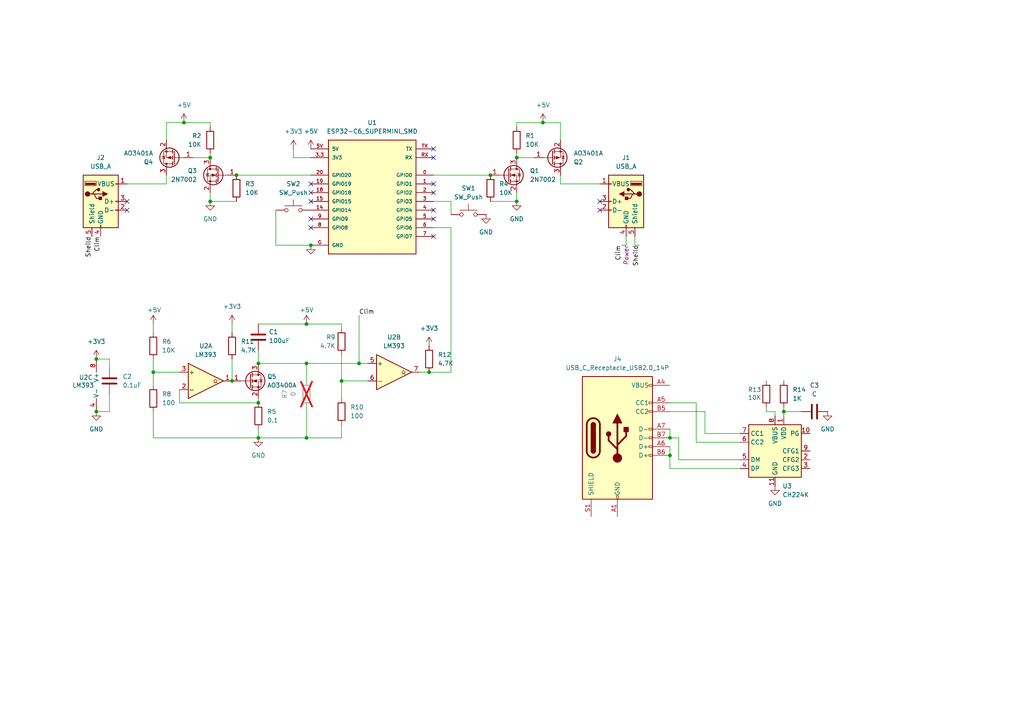
<source format=kicad_sch>
(kicad_sch (version 20250114) (generator "eeschema") (generator_version "9.0")
  (paper "A4")
  (lib_symbols
    (symbol "AO3401A_1" (pin_names (hide yes))
      (property "Reference" "Q4" (at 6.35 1.2701 0))
      (property "Value" "AO3401A" (at 6.35 -1.2699 0))
      (symbol "AO3401A_1_0_1"
        (polyline (pts (xy 0.254 1.905) (xy 0.254 -1.905)) (stroke (width 0.254)))
        (polyline (pts (xy 0.254 0) (xy -2.54 0)))
        (polyline (pts (xy 0.762 2.286) (xy 0.762 1.27)) (stroke (width 0.254)))
        (polyline (pts (xy 0.762 1.778) (xy 3.302 1.778) (xy 3.302 -1.778) (xy 0.762 -1.778)))
        (polyline (pts (xy 0.762 0.508) (xy 0.762 -0.508)) (stroke (width 0.254)))
        (polyline (pts (xy 0.762 -1.27) (xy 0.762 -2.286)) (stroke (width 0.254)))
        (circle (center 1.651 0) (radius 2.794) (stroke (width 0.254)))
        (polyline (pts (xy 2.286 0) (xy 1.27 0.381) (xy 1.27 -0.381) (xy 2.286 0)) (fill (type outline)))
        (polyline (pts (xy 2.54 2.54) (xy 2.54 1.778)))
        (circle (center 2.54 1.778) (radius 0.254) (fill (type outline)))
        (circle (center 2.54 -1.778) (radius 0.254) (fill (type outline)))
        (polyline (pts (xy 2.54 -2.54) (xy 2.54 0) (xy 0.762 0)))
        (polyline (pts (xy 2.794 -0.508) (xy 2.921 -0.381) (xy 3.683 -0.381) (xy 3.81 -0.254)))
        (polyline (pts (xy 3.302 -0.381) (xy 2.921 0.254) (xy 3.683 0.254) (xy 3.302 -0.381)))
      )
      (symbol "AO3401A_1_1_1"
        (pin input line (at -5.08 0 0) (length 2.54) (name "G") (number "1"))
        (pin power_out line (at 2.54 5.08 270) (length 2.54) (name "D") (number "3"))
        (pin power_in line (at 2.54 -5.08 90) (length 2.54) (name "S") (number "2"))
      )
    )
    (symbol "Comparator:LM393" (pin_names (offset 0.127))
      (property "Reference" "U" (at 3.81 3.81 0))
      (property "Value" "LM393" (at 6.35 -3.81 0))
      (symbol "LM393_1_1"
        (polyline (pts (xy -5.08 5.08) (xy 5.08 0) (xy -5.08 -5.08) (xy -5.08 5.08)) (stroke (width 0.254)) (fill (type background)))
        (polyline (pts (xy 3.302 -0.508) (xy 2.794 -0.508) (xy 3.302 0) (xy 2.794 0.508) (xy 2.286 0) (xy 2.794 -0.508) (xy 2.286 -0.508)) (stroke (width 0.127)))
        (pin input line (at -7.62 2.54 0) (length 2.54) (name "+") (number "3"))
        (pin input line (at -7.62 -2.54 0) (length 2.54) (name "-") (number "2"))
        (pin open_collector line (at 7.62 0 180) (length 2.54) (name "~") (number "1"))
      )
      (symbol "LM393_2_1"
        (polyline (pts (xy -5.08 5.08) (xy 5.08 0) (xy -5.08 -5.08) (xy -5.08 5.08)) (stroke (width 0.254)) (fill (type background)))
        (polyline (pts (xy 3.302 -0.508) (xy 2.794 -0.508) (xy 3.302 0) (xy 2.794 0.508) (xy 2.286 0) (xy 2.794 -0.508) (xy 2.286 -0.508)) (stroke (width 0.127)))
        (pin input line (at -7.62 2.54 0) (length 2.54) (name "+") (number "5"))
        (pin input line (at -7.62 -2.54 0) (length 2.54) (name "-") (number "6"))
        (pin open_collector line (at 7.62 0 180) (length 2.54) (name "~") (number "7"))
      )
      (symbol "LM393_3_1"
        (pin power_in line (at -2.54 7.62 270) (length 3.81) (name "V+") (number "8"))
        (pin power_in line (at -2.54 -7.62 90) (length 3.81) (name "V-") (number "4"))
      )
    )
    (symbol "Connector:USB_A" (pin_names (offset 1.016))
      (property "Reference" "J" (at -5.08 11.43 0))
      (property "Value" "USB_A" (at -5.08 8.89 0))
      (symbol "USB_A_0_1"
        (rectangle (start -5.08 -7.62) (end 5.08 7.62) (stroke (width 0.254)) (fill (type background)))
        (circle (center -3.81 2.159) (radius 0.635) (stroke (width 0.254)) (fill (type outline)))
        (polyline (pts (xy -3.175 2.159) (xy -2.54 2.159) (xy -1.27 3.429) (xy -0.635 3.429)) (stroke (width 0.254)))
        (polyline (pts (xy -2.54 2.159) (xy -1.905 2.159) (xy -1.27 0.889) (xy 0 0.889)) (stroke (width 0.254)))
        (rectangle (start -1.524 4.826) (end -4.318 5.334) (fill (type outline)))
        (rectangle (start -1.27 4.572) (end -4.572 5.842))
        (circle (center -0.635 3.429) (radius 0.381) (stroke (width 0.254)) (fill (type outline)))
        (rectangle (start -0.127 -7.62) (end 0.127 -6.858))
        (rectangle (start 0.254 1.27) (end -0.508 0.508) (stroke (width 0.254)) (fill (type outline)))
        (polyline (pts (xy 0.635 2.794) (xy 0.635 1.524) (xy 1.905 2.159) (xy 0.635 2.794)) (stroke (width 0.254)) (fill (type outline)))
        (rectangle (start 5.08 4.953) (end 4.318 5.207))
        (rectangle (start 5.08 -0.127) (end 4.318 0.127))
        (rectangle (start 5.08 -2.667) (end 4.318 -2.413))
      )
      (symbol "USB_A_1_1"
        (polyline (pts (xy -1.905 2.159) (xy 0.635 2.159)) (stroke (width 0.254)))
        (pin passive line (at -2.54 -10.16 90) (length 2.54) (name "Shield") (number "5"))
        (pin power_in line (at 0 -10.16 90) (length 2.54) (name "GND") (number "4"))
        (pin power_in line (at 7.62 5.08 180) (length 2.54) (name "VBUS") (number "1"))
        (pin bidirectional line (at 7.62 0 180) (length 2.54) (name "D+") (number "3"))
        (pin bidirectional line (at 7.62 -2.54 180) (length 2.54) (name "D-") (number "2"))
      )
    )
    (symbol "Connector:USB_C_Receptacle_USB2.0_14P" (pin_names (offset 1.016))
      (property "Reference" "J" (at 0 22.225 0))
      (property "Value" "USB_C_Receptacle_USB2.0_14P" (at 0 19.685 0))
      (symbol "USB_C_Receptacle_USB2.0_14P_0_0"
        (rectangle (start -0.254 -17.78) (end 0.254 -16.764))
        (rectangle (start 10.16 15.494) (end 9.144 14.986))
        (rectangle (start 10.16 10.414) (end 9.144 9.906))
        (rectangle (start 10.16 7.874) (end 9.144 7.366))
        (rectangle (start 10.16 2.794) (end 9.144 2.286))
        (rectangle (start 10.16 0.254) (end 9.144 -0.254))
        (rectangle (start 10.16 -2.286) (end 9.144 -2.794))
        (rectangle (start 10.16 -4.826) (end 9.144 -5.334))
      )
      (symbol "USB_C_Receptacle_USB2.0_14P_0_1"
        (rectangle (start -10.16 17.78) (end 10.16 -17.78) (stroke (width 0.254)) (fill (type background)))
        (polyline (pts (xy -8.89 -3.81) (xy -8.89 3.81)) (stroke (width 0.508)))
        (rectangle (start -7.62 -3.81) (end -6.35 3.81) (stroke (width 0.254)) (fill (type outline)))
        (arc (start -7.62 3.81) (mid -6.985 4.4423) (end -6.35 3.81) (stroke (width 0.254)))
        (arc (start -7.62 3.81) (mid -6.985 4.4423) (end -6.35 3.81) (stroke (width 0.254)) (fill (type outline)))
        (arc (start -8.89 3.81) (mid -6.985 5.7067) (end -5.08 3.81) (stroke (width 0.508)))
        (arc (start -5.08 -3.81) (mid -6.985 -5.7067) (end -8.89 -3.81) (stroke (width 0.508)))
        (arc (start -6.35 -3.81) (mid -6.985 -4.4423) (end -7.62 -3.81) (stroke (width 0.254)))
        (arc (start -6.35 -3.81) (mid -6.985 -4.4423) (end -7.62 -3.81) (stroke (width 0.254)) (fill (type outline)))
        (polyline (pts (xy -5.08 3.81) (xy -5.08 -3.81)) (stroke (width 0.508)))
        (circle (center -2.54 1.143) (radius 0.635) (stroke (width 0.254)) (fill (type outline)))
        (polyline (pts (xy -1.27 4.318) (xy 0 6.858) (xy 1.27 4.318) (xy -1.27 4.318)) (stroke (width 0.254)) (fill (type outline)))
        (polyline (pts (xy 0 -2.032) (xy 2.54 0.508) (xy 2.54 1.778)) (stroke (width 0.508)))
        (polyline (pts (xy 0 -3.302) (xy -2.54 -0.762) (xy -2.54 0.508)) (stroke (width 0.508)))
        (polyline (pts (xy 0 -5.842) (xy 0 4.318)) (stroke (width 0.508)))
        (circle (center 0 -5.842) (radius 1.27) (fill (type outline)))
        (rectangle (start 1.905 1.778) (end 3.175 3.048) (stroke (width 0.254)) (fill (type outline)))
      )
      (symbol "USB_C_Receptacle_USB2.0_14P_1_1"
        (pin passive line (at -7.62 -22.86 90) (length 5.08) (name "SHIELD") (number "S1"))
        (pin passive line (at 0 -22.86 90) (length 5.08) (name "GND") (number "A1"))
        (pin passive line (at 0 -22.86 90) (length 5.08) (hide yes) (name "GND") (number "A12"))
        (pin passive line (at 0 -22.86 90) (length 5.08) (hide yes) (name "GND") (number "B1"))
        (pin passive line (at 0 -22.86 90) (length 5.08) (hide yes) (name "GND") (number "B12"))
        (pin passive line (at 15.24 15.24 180) (length 5.08) (name "VBUS") (number "A4"))
        (pin passive line (at 15.24 15.24 180) (length 5.08) (hide yes) (name "VBUS") (number "A9"))
        (pin passive line (at 15.24 15.24 180) (length 5.08) (hide yes) (name "VBUS") (number "B4"))
        (pin passive line (at 15.24 15.24 180) (length 5.08) (hide yes) (name "VBUS") (number "B9"))
        (pin bidirectional line (at 15.24 10.16 180) (length 5.08) (name "CC1") (number "A5"))
        (pin bidirectional line (at 15.24 7.62 180) (length 5.08) (name "CC2") (number "B5"))
        (pin bidirectional line (at 15.24 2.54 180) (length 5.08) (name "D-") (number "A7"))
        (pin bidirectional line (at 15.24 0 180) (length 5.08) (name "D-") (number "B7"))
        (pin bidirectional line (at 15.24 -2.54 180) (length 5.08) (name "D+") (number "A6"))
        (pin bidirectional line (at 15.24 -5.08 180) (length 5.08) (name "D+") (number "B6"))
      )
    )
    (symbol "Device:C" (pin_numbers (hide yes)) (pin_names (offset 0.254))
      (property "Reference" "C" (at 0.635 2.54 0))
      (property "Value" "C" (at 0.635 -2.54 0))
      (symbol "C_0_1"
        (polyline (pts (xy -2.032 0.762) (xy 2.032 0.762)) (stroke (width 0.508)))
        (polyline (pts (xy -2.032 -0.762) (xy 2.032 -0.762)) (stroke (width 0.508)))
      )
      (symbol "C_1_1"
        (pin passive line (at 0 3.81 270) (length 2.794) (name "~") (number "1"))
        (pin passive line (at 0 -3.81 90) (length 2.794) (name "~") (number "2"))
      )
    )
    (symbol "Device:R" (pin_numbers (hide yes)) (pin_names (offset 0))
      (property "Reference" "R" (at 2.032 0 90))
      (property "Value" "R" (at 0 0 90))
      (symbol "R_0_1"
        (rectangle (start -1.016 -2.54) (end 1.016 2.54) (stroke (width 0.254)))
      )
      (symbol "R_1_1"
        (pin passive line (at 0 3.81 270) (length 1.27) (name "~") (number "1"))
        (pin passive line (at 0 -3.81 90) (length 1.27) (name "~") (number "2"))
      )
    )
    (symbol "Interface_USB:CH224K"
      (property "Reference" "U" (at -7.874 -8.89 0))
      (property "Value" "CH224K" (at 3.048 -8.89 0))
      (symbol "CH224K_1_1"
        (rectangle (start -7.62 7.62) (end 7.62 -7.62) (stroke (width 0.254)) (fill (type background)))
        (pin bidirectional line (at -10.16 5.08 0) (length 2.54) (name "CC1") (number "7"))
        (pin bidirectional line (at -10.16 2.54 0) (length 2.54) (name "CC2") (number "6"))
        (pin bidirectional line (at -10.16 -2.54 0) (length 2.54) (name "DM") (number "5"))
        (pin bidirectional line (at -10.16 -5.08 0) (length 2.54) (name "DP") (number "4"))
        (pin passive line (at 0 10.16 270) (length 2.54) (name "VBUS") (number "8"))
        (pin power_in line (at 0 -10.16 90) (length 2.54) (name "GND") (number "11"))
        (pin power_in line (at 2.54 10.16 270) (length 2.54) (name "VDD") (number "1"))
        (pin open_collector line (at 10.16 5.08 180) (length 2.54) (name "PG") (number "10"))
        (pin passive line (at 10.16 0 180) (length 2.54) (name "CFG1") (number "9"))
        (pin passive line (at 10.16 -2.54 180) (length 2.54) (name "CFG2") (number "2"))
        (pin passive line (at 10.16 -5.08 180) (length 2.54) (name "CFG3") (number "3"))
      )
    )
    (symbol "My Symbols:ESP32-C6_SUPERMINI_SMD" (pin_names (offset 1.016))
      (property "Reference" "U1" (at 0 20.32 0))
      (property "Value" "ESP32-C6_SUPERMINI_SMD" (at 0 17.78 0))
      (symbol "ESP32-C6_SUPERMINI_SMD_0_0"
        (rectangle (start -12.7 15.24) (end 12.7 -17.78) (stroke (width 0.254)) (fill (type background)))
        (pin bidirectional line (at -17.78 5.08 0) (length 5.08) (name "GPIO0") (number "0"))
        (pin bidirectional line (at -17.78 2.54 0) (length 5.08) (name "GPIO1") (number "1"))
        (pin bidirectional line (at -17.78 0 0) (length 5.08) (name "GPIO2") (number "2"))
        (pin bidirectional line (at -17.78 -2.54 0) (length 5.08) (name "GPIO3") (number "3"))
        (pin bidirectional line (at -17.78 -5.08 0) (length 5.08) (name "GPIO4") (number "4"))
        (pin bidirectional line (at -17.78 -7.62 0) (length 5.08) (name "GPIO5") (number "5"))
        (pin bidirectional line (at -17.78 -10.16 0) (length 5.08) (name "GPIO6") (number "6"))
        (pin bidirectional line (at -17.78 -12.7 0) (length 5.08) (name "GPIO7") (number "7"))
        (pin bidirectional line (at 17.78 5.08 180) (length 5.08) (name "GPIO20") (number "20"))
        (pin bidirectional line (at 17.78 -7.62 180) (length 5.08) (name "GPIO9") (number "9"))
        (pin bidirectional line (at 17.78 -10.16 180) (length 5.08) (name "GPIO8") (number "8"))
      )
      (symbol "ESP32-C6_SUPERMINI_SMD_1_0"
        (pin output line (at -17.78 12.7 0) (length 5.08) (name "TX") (number "TX"))
        (pin input line (at -17.78 10.16 0) (length 5.08) (name "RX") (number "RX"))
        (pin power_in line (at 17.78 12.7 180) (length 5.08) (name "5V") (number "5V"))
        (pin power_out line (at 17.78 10.16 180) (length 5.08) (name "3V3") (number "3.3"))
        (pin bidirectional line (at 17.78 2.54 180) (length 5.08) (name "GPIO19") (number "19"))
        (pin bidirectional line (at 17.78 0 180) (length 5.08) (name "GPIO18") (number "18"))
        (pin bidirectional line (at 17.78 -2.54 180) (length 5.08) (name "GPIO15") (number "15"))
        (pin bidirectional line (at 17.78 -5.08 180) (length 5.08) (name "GPIO14") (number "14"))
        (pin power_out line (at 17.78 -15.24 180) (length 5.08) (name "GND") (number "G"))
      )
    )
    (symbol "SW_Push_1" (pin_numbers (hide yes)) (pin_names (offset 1.016) (hide yes))
      (property "Reference" "SW1" (at 0 7.62 0))
      (property "Value" "SW_Push" (at 0 5.08 0))
      (symbol "SW_Push_1_0_1"
        (circle (center -2.032 0) (radius 0.508))
        (polyline (pts (xy 0 1.27) (xy 0 3.048)))
        (circle (center 2.032 0) (radius 0.508))
        (polyline (pts (xy 2.54 1.27) (xy -2.54 1.27)))
        (pin passive line (at -5.08 0 0) (length 2.54) (name "1") (number "1"))
        (pin passive line (at 5.08 0 180) (length 2.54) (name "2") (number "2"))
      )
    )
    (symbol "Switch:SW_Push" (pin_numbers (hide yes)) (pin_names (offset 1.016) (hide yes))
      (property "Reference" "SW" (at 1.27 2.54 0))
      (property "Value" "SW_Push" (at 0 -1.524 0))
      (symbol "SW_Push_0_1"
        (circle (center -2.032 0) (radius 0.508))
        (polyline (pts (xy 0 1.27) (xy 0 3.048)))
        (circle (center 2.032 0) (radius 0.508))
        (polyline (pts (xy 2.54 1.27) (xy -2.54 1.27)))
        (pin passive line (at -5.08 0 0) (length 2.54) (name "1") (number "1"))
        (pin passive line (at 5.08 0 180) (length 2.54) (name "2") (number "2"))
      )
    )
    (symbol "Transistor_FET:2N7002" (pin_names (hide yes))
      (property "Reference" "Q" (at 5.08 1.905 0))
      (property "Value" "2N7002" (at 5.08 0 0))
      (symbol "2N7002_0_1"
        (polyline (pts (xy 0.254 1.905) (xy 0.254 -1.905)) (stroke (width 0.254)))
        (polyline (pts (xy 0.254 0) (xy -2.54 0)))
        (polyline (pts (xy 0.762 2.286) (xy 0.762 1.27)) (stroke (width 0.254)))
        (polyline (pts (xy 0.762 0.508) (xy 0.762 -0.508)) (stroke (width 0.254)))
        (polyline (pts (xy 0.762 -1.27) (xy 0.762 -2.286)) (stroke (width 0.254)))
        (polyline (pts (xy 0.762 -1.778) (xy 3.302 -1.778) (xy 3.302 1.778) (xy 0.762 1.778)))
        (polyline (pts (xy 1.016 0) (xy 2.032 0.381) (xy 2.032 -0.381) (xy 1.016 0)) (fill (type outline)))
        (circle (center 1.651 0) (radius 2.794) (stroke (width 0.254)))
        (polyline (pts (xy 2.54 2.54) (xy 2.54 1.778)))
        (circle (center 2.54 1.778) (radius 0.254) (fill (type outline)))
        (circle (center 2.54 -1.778) (radius 0.254) (fill (type outline)))
        (polyline (pts (xy 2.54 -2.54) (xy 2.54 0) (xy 0.762 0)))
        (polyline (pts (xy 2.794 0.508) (xy 2.921 0.381) (xy 3.683 0.381) (xy 3.81 0.254)))
        (polyline (pts (xy 3.302 0.381) (xy 2.921 -0.254) (xy 3.683 -0.254) (xy 3.302 0.381)))
      )
      (symbol "2N7002_1_1"
        (pin input line (at -5.08 0 0) (length 2.54) (name "G") (number "1"))
        (pin passive line (at 2.54 5.08 270) (length 2.54) (name "D") (number "3"))
        (pin passive line (at 2.54 -5.08 90) (length 2.54) (name "S") (number "2"))
      )
    )
    (symbol "Transistor_FET:AO3400A" (pin_names (hide yes))
      (property "Reference" "Q" (at 5.08 1.905 0))
      (property "Value" "AO3400A" (at 5.08 0 0))
      (symbol "AO3400A_0_1"
        (polyline (pts (xy 0.254 1.905) (xy 0.254 -1.905)) (stroke (width 0.254)))
        (polyline (pts (xy 0.254 0) (xy -2.54 0)))
        (polyline (pts (xy 0.762 2.286) (xy 0.762 1.27)) (stroke (width 0.254)))
        (polyline (pts (xy 0.762 0.508) (xy 0.762 -0.508)) (stroke (width 0.254)))
        (polyline (pts (xy 0.762 -1.27) (xy 0.762 -2.286)) (stroke (width 0.254)))
        (polyline (pts (xy 0.762 -1.778) (xy 3.302 -1.778) (xy 3.302 1.778) (xy 0.762 1.778)))
        (polyline (pts (xy 1.016 0) (xy 2.032 0.381) (xy 2.032 -0.381) (xy 1.016 0)) (fill (type outline)))
        (circle (center 1.651 0) (radius 2.794) (stroke (width 0.254)))
        (polyline (pts (xy 2.54 2.54) (xy 2.54 1.778)))
        (circle (center 2.54 1.778) (radius 0.254) (fill (type outline)))
        (circle (center 2.54 -1.778) (radius 0.254) (fill (type outline)))
        (polyline (pts (xy 2.54 -2.54) (xy 2.54 0) (xy 0.762 0)))
        (polyline (pts (xy 2.794 0.508) (xy 2.921 0.381) (xy 3.683 0.381) (xy 3.81 0.254)))
        (polyline (pts (xy 3.302 0.381) (xy 2.921 -0.254) (xy 3.683 -0.254) (xy 3.302 0.381)))
      )
      (symbol "AO3400A_1_1"
        (pin input line (at -5.08 0 0) (length 2.54) (name "G") (number "1"))
        (pin passive line (at 2.54 5.08 270) (length 2.54) (name "D") (number "3"))
        (pin passive line (at 2.54 -5.08 90) (length 2.54) (name "S") (number "2"))
      )
    )
    (symbol "Transistor_FET:AO3401A" (pin_names (hide yes))
      (property "Reference" "Q2" (at 6.35 1.2701 0))
      (property "Value" "AO3401A" (at 6.35 -1.2699 0))
      (symbol "AO3401A_0_1"
        (polyline (pts (xy 0.254 1.905) (xy 0.254 -1.905)) (stroke (width 0.254)))
        (polyline (pts (xy 0.254 0) (xy -2.54 0)))
        (polyline (pts (xy 0.762 2.286) (xy 0.762 1.27)) (stroke (width 0.254)))
        (polyline (pts (xy 0.762 1.778) (xy 3.302 1.778) (xy 3.302 -1.778) (xy 0.762 -1.778)))
        (polyline (pts (xy 0.762 0.508) (xy 0.762 -0.508)) (stroke (width 0.254)))
        (polyline (pts (xy 0.762 -1.27) (xy 0.762 -2.286)) (stroke (width 0.254)))
        (circle (center 1.651 0) (radius 2.794) (stroke (width 0.254)))
        (polyline (pts (xy 2.286 0) (xy 1.27 0.381) (xy 1.27 -0.381) (xy 2.286 0)) (fill (type outline)))
        (polyline (pts (xy 2.54 2.54) (xy 2.54 1.778)))
        (circle (center 2.54 1.778) (radius 0.254) (fill (type outline)))
        (circle (center 2.54 -1.778) (radius 0.254) (fill (type outline)))
        (polyline (pts (xy 2.54 -2.54) (xy 2.54 0) (xy 0.762 0)))
        (polyline (pts (xy 2.794 -0.508) (xy 2.921 -0.381) (xy 3.683 -0.381) (xy 3.81 -0.254)))
        (polyline (pts (xy 3.302 -0.381) (xy 2.921 0.254) (xy 3.683 0.254) (xy 3.302 -0.381)))
      )
      (symbol "AO3401A_1_1"
        (pin input line (at -5.08 0 0) (length 2.54) (name "G") (number "1"))
        (pin power_out line (at 2.54 5.08 270) (length 2.54) (name "D") (number "3"))
        (pin power_in line (at 2.54 -5.08 90) (length 2.54) (name "S") (number "2"))
      )
    )
    (symbol "power:+3V3" (power) (pin_numbers (hide yes)) (pin_names (offset 0) (hide yes))
      (property "Value" "+3V3" (at 0 3.556 0))
      (symbol "+3V3_0_1"
        (polyline (pts (xy -0.762 1.27) (xy 0 2.54)))
        (polyline (pts (xy 0 2.54) (xy 0.762 1.27)))
        (polyline (pts (xy 0 0) (xy 0 2.54)))
      )
      (symbol "+3V3_1_1"
        (pin power_in line (at 0 0 90) (length 0) (name "~") (number "1"))
      )
    )
    (symbol "power:+5V" (power) (pin_numbers (hide yes)) (pin_names (offset 0) (hide yes))
      (property "Value" "+5V" (at 0 3.556 0))
      (symbol "+5V_0_1"
        (polyline (pts (xy -0.762 1.27) (xy 0 2.54)))
        (polyline (pts (xy 0 2.54) (xy 0.762 1.27)))
        (polyline (pts (xy 0 0) (xy 0 2.54)))
      )
      (symbol "+5V_1_1"
        (pin power_in line (at 0 0 90) (length 0) (name "~") (number "1"))
      )
    )
    (symbol "power:GND" (power) (pin_numbers (hide yes)) (pin_names (offset 0) (hide yes))
      (property "Value" "GND" (at 0 -3.81 0))
      (symbol "GND_0_1"
        (polyline (pts (xy 0 0) (xy 0 -1.27) (xy 1.27 -1.27) (xy 0 -2.54) (xy -1.27 -1.27) (xy 0 -1.27)))
      )
      (symbol "GND_1_1"
        (pin power_in line (at 0 0 270) (length 0) (name "~") (number "1"))
      )
    )
  )
  (junction (at 194.31 127))
  (junction (at 194.31 132.08))
  (junction (at 27.94 119.38))
  (junction (at 67.31 110.49))
  (junction (at 27.94 104.14))
  (junction (at 149.86 58.42))
  (junction (at 157.48 35.56))
  (junction (at 124.46 107.95))
  (junction (at 88.9 127))
  (junction (at 74.93 116.84))
  (junction (at 53.34 35.56))
  (junction (at 74.93 127))
  (junction (at 88.9 93.98))
  (junction (at 227.33 119.38))
  (junction (at 60.96 45.72))
  (junction (at 149.86 45.72))
  (junction (at 44.45 107.95))
  (junction (at 99.06 110.49))
  (junction (at 74.93 105.41))
  (junction (at 88.9 105.41))
  (junction (at 142.24 50.8))
  (junction (at 90.17 71.12))
  (junction (at 104.14 105.41))
  (junction (at 68.58 50.8))
  (junction (at 60.96 58.42))
  (no_connect (at 90.17 53.34))
  (no_connect (at 36.83 60.96))
  (no_connect (at 125.73 43.18))
  (no_connect (at 90.17 58.42))
  (no_connect (at 36.83 58.42))
  (no_connect (at 125.73 45.72))
  (no_connect (at 125.73 68.58))
  (no_connect (at 125.73 63.5))
  (no_connect (at 173.99 58.42))
  (no_connect (at 90.17 63.5))
  (no_connect (at 125.73 53.34))
  (no_connect (at 125.73 60.96))
  (no_connect (at 90.17 66.04))
  (no_connect (at 125.73 55.88))
  (no_connect (at 173.99 60.96))
  (no_connect (at 90.17 55.88))
  (wire (pts (xy 48.26 50.8) (xy 48.26 53.34)))
  (wire (pts (xy 194.31 119.38) (xy 204.47 119.38)))
  (wire (pts (xy 222.25 118.11) (xy 222.25 119.38)))
  (wire (pts (xy 194.31 124.46) (xy 194.31 127)))
  (wire (pts (xy 99.06 102.87) (xy 99.06 110.49)))
  (wire (pts (xy 68.58 50.8) (xy 90.17 50.8)))
  (wire (pts (xy 99.06 123.19) (xy 99.06 127)))
  (wire (pts (xy 85.09 45.72) (xy 90.17 45.72)))
  (wire (pts (xy 125.73 50.8) (xy 142.24 50.8)))
  (wire (pts (xy 194.31 129.54) (xy 194.31 132.08)))
  (wire (pts (xy 88.9 105.41) (xy 88.9 110.49)))
  (wire (pts (xy 27.94 104.14) (xy 31.75 104.14)))
  (wire (pts (xy 60.96 58.42) (xy 60.96 55.88)))
  (wire (pts (xy 214.63 128.27) (xy 201.93 128.27)))
  (wire (pts (xy 67.31 96.52) (xy 67.31 93.98)))
  (wire (pts (xy 149.86 35.56) (xy 157.48 35.56)))
  (wire (pts (xy 88.9 127) (xy 99.06 127)))
  (wire (pts (xy 104.14 91.44) (xy 104.14 105.41)))
  (wire (pts (xy 44.45 119.38) (xy 44.45 127)))
  (wire (pts (xy 184.15 71.12) (xy 184.15 68.58)))
  (wire (pts (xy 52.07 116.84) (xy 52.07 113.03)))
  (wire (pts (xy 149.86 44.45) (xy 149.86 45.72)))
  (wire (pts (xy 99.06 110.49) (xy 99.06 115.57)))
  (wire (pts (xy 44.45 127) (xy 74.93 127)))
  (wire (pts (xy 227.33 119.38) (xy 227.33 120.65)))
  (wire (pts (xy 99.06 93.98) (xy 99.06 95.25)))
  (wire (pts (xy 60.96 58.42) (xy 68.58 58.42)))
  (wire (pts (xy 74.93 101.6) (xy 74.93 105.41)))
  (wire (pts (xy 162.56 40.64) (xy 162.56 35.56)))
  (wire (pts (xy 60.96 45.72) (xy 55.88 45.72)))
  (wire (pts (xy 74.93 105.41) (xy 88.9 105.41)))
  (wire (pts (xy 124.46 107.95) (xy 121.92 107.95)))
  (wire (pts (xy 196.85 127) (xy 196.85 133.35)))
  (wire (pts (xy 149.86 36.83) (xy 149.86 35.56)))
  (wire (pts (xy 130.81 107.95) (xy 124.46 107.95)))
  (wire (pts (xy 31.75 119.38) (xy 27.94 119.38)))
  (wire (pts (xy 44.45 93.98) (xy 44.45 96.52)))
  (wire (pts (xy 80.01 71.12) (xy 90.17 71.12)))
  (wire (pts (xy 88.9 118.11) (xy 88.9 127)))
  (wire (pts (xy 149.86 58.42) (xy 149.86 55.88)))
  (wire (pts (xy 125.73 66.04) (xy 130.81 66.04)))
  (wire (pts (xy 162.56 53.34) (xy 173.99 53.34)))
  (wire (pts (xy 196.85 133.35) (xy 214.63 133.35)))
  (wire (pts (xy 157.48 35.56) (xy 162.56 35.56)))
  (wire (pts (xy 201.93 116.84) (xy 194.31 116.84)))
  (wire (pts (xy 74.93 115.57) (xy 74.93 116.84)))
  (wire (pts (xy 149.86 45.72) (xy 154.94 45.72)))
  (wire (pts (xy 194.31 132.08) (xy 194.31 135.89)))
  (wire (pts (xy 31.75 104.14) (xy 31.75 106.68)))
  (wire (pts (xy 222.25 119.38) (xy 224.79 119.38)))
  (wire (pts (xy 181.61 71.12) (xy 181.61 68.58)))
  (wire (pts (xy 99.06 110.49) (xy 106.68 110.49)))
  (wire (pts (xy 60.96 44.45) (xy 60.96 45.72)))
  (wire (pts (xy 194.31 135.89) (xy 214.63 135.89)))
  (wire (pts (xy 227.33 118.11) (xy 227.33 119.38)))
  (wire (pts (xy 142.24 58.42) (xy 149.86 58.42)))
  (wire (pts (xy 44.45 107.95) (xy 52.07 107.95)))
  (wire (pts (xy 130.81 58.42) (xy 130.81 62.23)))
  (wire (pts (xy 204.47 125.73) (xy 214.63 125.73)))
  (wire (pts (xy 185.42 71.12) (xy 184.15 71.12)))
  (wire (pts (xy 80.01 60.96) (xy 80.01 71.12)))
  (wire (pts (xy 180.34 71.12) (xy 181.61 71.12)))
  (wire (pts (xy 227.33 119.38) (xy 232.41 119.38)))
  (wire (pts (xy 53.34 35.56) (xy 60.96 35.56)))
  (wire (pts (xy 88.9 93.98) (xy 99.06 93.98)))
  (wire (pts (xy 74.93 127) (xy 88.9 127)))
  (wire (pts (xy 36.83 53.34) (xy 48.26 53.34)))
  (wire (pts (xy 44.45 104.14) (xy 44.45 107.95)))
  (wire (pts (xy 67.31 104.14) (xy 67.31 110.49)))
  (wire (pts (xy 88.9 105.41) (xy 104.14 105.41)))
  (wire (pts (xy 48.26 35.56) (xy 53.34 35.56)))
  (wire (pts (xy 104.14 105.41) (xy 106.68 105.41)))
  (wire (pts (xy 31.75 114.3) (xy 31.75 119.38)))
  (wire (pts (xy 74.93 116.84) (xy 52.07 116.84)))
  (wire (pts (xy 201.93 128.27) (xy 201.93 116.84)))
  (wire (pts (xy 162.56 50.8) (xy 162.56 53.34)))
  (wire (pts (xy 194.31 127) (xy 196.85 127)))
  (wire (pts (xy 224.79 119.38) (xy 224.79 120.65)))
  (wire (pts (xy 130.81 66.04) (xy 130.81 107.95)))
  (wire (pts (xy 125.73 58.42) (xy 130.81 58.42)))
  (wire (pts (xy 60.96 36.83) (xy 60.96 35.56)))
  (wire (pts (xy 74.93 124.46) (xy 74.93 127)))
  (wire (pts (xy 74.93 93.98) (xy 88.9 93.98)))
  (wire (pts (xy 44.45 107.95) (xy 44.45 111.76)))
  (wire (pts (xy 204.47 119.38) (xy 204.47 125.73)))
  (wire (pts (xy 85.09 43.18) (xy 85.09 45.72)))
  (wire (pts (xy 48.26 40.64) (xy 48.26 35.56)))
  (label "Sheild" (at 185.42 71.12 270))
  (label "Sheild" (at 26.67 68.58 270))
  (label "Clim" (at 29.21 68.58 270))
  (label "Clim" (at 104.14 91.44 0))
  (label "Clim" (at 180.34 71.12 270) (property "Netclass" "Power" (at 181.61 71.12 90) (effects (font (italic yes)) (justify right))))
  (symbol (lib_id "power:GND") (at 90.17 71.12 0) (unit 1)
    (property "Reference" "#PWR01" (effects (hide yes)))
    (property "Value" "GND" (effects (hide yes)))
    (property "Description" "Power symbol creates a global label with name \"GND\" , ground" (effects (hide yes)))
  )
  (symbol (lib_id "power:GND") (at 149.86 58.42 0) (unit 1)
    (property "Reference" "#PWR05" (effects (hide yes)))
    (property "Value" "GND" (at 149.86 63.5 0))
    (property "Description" "Power symbol creates a global label with name \"GND\" , ground" (effects (hide yes)))
  )
  (symbol (lib_id "Device:R") (at 227.33 114.3 180) (unit 1)
    (property "Reference" "R14" (at 229.87 113.0299 0) (effects (justify right)))
    (property "Value" "1K" (at 229.87 115.5699 0) (effects (justify right)))
    (property "Description" "Resistor" (effects (hide yes)))
  )
  (symbol (lib_id "Connector:USB_A") (at 29.21 58.42 0) (unit 1)
    (property "Reference" "J2" (at 29.21 45.72 0))
    (property "Value" "USB_A" (at 29.21 48.26 0))
    (property "Footprint" "Connector_USB:USB_A_Receptacle_GCT_USB1046" (effects (hide yes)))
    (property "Description" "USB Type A connector" (effects (hide yes)))
  )
  (symbol (lib_id "Device:R") (at 142.24 54.61 0) (unit 1)
    (property "Reference" "R4" (at 144.78 53.3399 0) (effects (justify left)))
    (property "Value" "10K" (at 144.78 55.8799 0) (effects (justify left)))
    (property "Footprint" "Resistor_SMD:R_0805_2012Metric_Pad1.20x1.40mm_HandSolder" (effects (hide yes)))
    (property "Description" "Resistor" (effects (hide yes)))
  )
  (symbol (lib_id "Device:R") (at 99.06 119.38 0) (unit 1)
    (property "Reference" "R10" (at 101.6 118.1099 0) (effects (justify left)))
    (property "Value" "100" (at 101.6 120.6499 0) (effects (justify left)))
    (property "Footprint" "Resistor_SMD:R_0805_2012Metric_Pad1.20x1.40mm_HandSolder" (effects (hide yes)))
    (property "Description" "Resistor" (effects (hide yes)))
  )
  (symbol (lib_id "Device:R") (at 222.25 114.3 180) (unit 1)
    (property "Reference" "R13" (at 216.916 113.03 0) (effects (justify right)))
    (property "Value" "10K" (at 216.916 115.316 0) (effects (justify right)))
    (property "Description" "Resistor" (effects (hide yes)))
  )
  (symbol (lib_id "Interface_USB:CH224K") (at 224.79 130.81 0) (unit 1)
    (property "Reference" "U3" (at 226.9333 140.97 0) (effects (justify left)))
    (property "Value" "CH224K" (at 226.9333 143.51 0) (effects (justify left)))
    (property "Footprint" "Package_SO:SSOP-10-1EP_3.9x4.9mm_P1mm_EP2.1x3.3mm" (effects (hide yes)))
    (property "Datasheet" "https://www.wch.cn/downloads/file/301.html" (effects (hide yes)))
    (property "Description" "100W USB Type-C PD3.0/2.0, BC1.2 Sink Controller, SSOP-10" (effects (hide yes)))
  )
  (symbol (lib_id "power:GND") (at 74.93 127 0) (unit 1)
    (property "Reference" "#PWR012" (effects (hide yes)))
    (property "Value" "GND" (at 74.93 132.08 0))
    (property "Description" "Power symbol creates a global label with name \"GND\" , ground" (effects (hide yes)))
  )
  (symbol (lib_id "Device:R") (at 124.46 104.14 0) (unit 1)
    (property "Reference" "R12" (at 127 102.8699 0) (effects (justify left)))
    (property "Value" "4.7K" (at 127 105.4099 0) (effects (justify left)))
    (property "Footprint" "Resistor_SMD:R_0805_2012Metric_Pad1.20x1.40mm_HandSolder" (effects (hide yes)))
    (property "Description" "Resistor" (effects (hide yes)))
  )
  (symbol (lib_id "Device:R") (at 74.93 120.65 0) (unit 1)
    (property "Reference" "R5" (at 77.47 119.3799 0) (effects (justify left)))
    (property "Value" "0.1" (at 77.47 121.9199 0) (effects (justify left)))
    (property "Footprint" "Resistor_SMD:R_0805_2012Metric_Pad1.20x1.40mm_HandSolder" (effects (hide yes)))
    (property "Description" "Resistor" (effects (hide yes)))
  )
  (symbol (lib_id "power:GND") (at 240.03 119.38 0) (unit 1)
    (property "Reference" "#PWR016" (effects (hide yes)))
    (property "Value" "GND" (at 240.03 124.46 0))
    (property "Description" "Power symbol creates a global label with name \"GND\" , ground" (effects (hide yes)))
  )
  (symbol (lib_id "Transistor_FET:2N7002") (at 63.5 50.8 0) (mirror y) (unit 1)
    (property "Reference" "Q3" (at 57.15 49.5299 0) (effects (justify left)))
    (property "Value" "2N7002" (at 57.15 52.0699 0) (effects (justify left)))
    (property "Footprint" "Package_TO_SOT_SMD:SOT-23_Handsoldering" (effects (hide yes)))
    (property "Datasheet" "https://www.onsemi.com/pub/Collateral/NDS7002A-D.PDF" (effects (hide yes)))
    (property "Description" "0.115A Id, 60V Vds, N-Channel MOSFET, SOT-23" (effects (hide yes)))
  )
  (symbol (lib_id "power:+5V") (at 53.34 35.56 0) (unit 1)
    (property "Reference" "#PWR010" (effects (hide yes)))
    (property "Value" "+5V" (at 53.34 30.48 0))
    (property "Description" "Power symbol creates a global label with name \"+5V\"" (effects (hide yes)))
  )
  (symbol (lib_id "Transistor_FET:2N7002") (at 147.32 50.8 0) (unit 1)
    (property "Reference" "Q1" (at 153.67 49.5299 0) (effects (justify left)))
    (property "Value" "2N7002" (at 153.67 52.0699 0) (effects (justify left)))
    (property "Footprint" "Package_TO_SOT_SMD:SOT-23_Handsoldering" (effects (hide yes)))
    (property "Datasheet" "https://www.onsemi.com/pub/Collateral/NDS7002A-D.PDF" (effects (hide yes)))
    (property "Description" "0.115A Id, 60V Vds, N-Channel MOSFET, SOT-23" (effects (hide yes)))
  )
  (symbol (lib_id "power:GND") (at 27.94 119.38 0) (unit 1)
    (property "Reference" "#PWR03" (effects (hide yes)))
    (property "Value" "GND" (at 27.94 124.46 0))
    (property "Description" "Power symbol creates a global label with name \"GND\" , ground" (effects (hide yes)))
  )
  (symbol (lib_id "Device:C") (at 74.93 97.79 0) (unit 1)
    (property "Reference" "C1" (at 77.978 96.266 0) (effects (justify left)))
    (property "Value" "100uF" (at 77.978 98.806 0) (effects (justify left)))
    (property "Footprint" "Capacitor_SMD:CP_Elec_5x5.7" (effects (hide yes)))
    (property "Description" "Unpolarized capacitor" (effects (hide yes)))
  )
  (symbol (lib_id "Device:R") (at 60.96 40.64 0) (mirror y) (unit 1)
    (property "Reference" "R2" (at 58.42 39.3699 0) (effects (justify left)))
    (property "Value" "10K" (at 58.42 41.9099 0) (effects (justify left)))
    (property "Footprint" "Resistor_SMD:R_0805_2012Metric_Pad1.20x1.40mm_HandSolder" (effects (hide yes)))
    (property "Description" "Resistor" (effects (hide yes)))
  )
  (symbol (lib_id "power:+3V3") (at 27.94 104.14 0) (unit 1)
    (property "Reference" "#PWR08" (effects (hide yes)))
    (property "Value" "+3V3" (at 27.94 99.06 0))
    (property "Description" "Power symbol creates a global label with name \"+3V3\"" (effects (hide yes)))
  )
  (symbol (lib_id "power:+5V") (at 157.48 35.56 0) (unit 1)
    (property "Reference" "#PWR06" (effects (hide yes)))
    (property "Value" "+5V" (at 157.48 30.48 0))
    (property "Description" "Power symbol creates a global label with name \"+5V\"" (effects (hide yes)))
  )
  (symbol (lib_id "Comparator:LM393") (at 114.3 107.95 0) (unit 2)
    (property "Reference" "U2" (at 114.3 97.79 0))
    (property "Value" "LM393" (at 114.3 100.33 0))
    (property "Footprint" "Package_SO:SOP-8_3.9x4.9mm_P1.27mm" (effects (hide yes)))
    (property "Datasheet" "http://www.ti.com/lit/ds/symlink/lm393.pdf" (effects (hide yes)))
    (property "Description" "Low-Power, Low-Offset Voltage, Dual Comparators, DIP-8/SOIC-8/TO-99-8" (effects (hide yes)))
  )
  (symbol (lib_id "power:+3V3") (at 124.46 100.33 0) (unit 1)
    (property "Reference" "#PWR015" (effects (hide yes)))
    (property "Value" "+3V3" (at 124.46 95.25 0))
    (property "Description" "Power symbol creates a global label with name \"+3V3\"" (effects (hide yes)))
  )
  (symbol (lib_id "power:+3V3") (at 85.09 43.18 0) (unit 1)
    (property "Reference" "#PWR013" (effects (hide yes)))
    (property "Value" "+3V3" (at 85.09 38.1 0))
    (property "Description" "Power symbol creates a global label with name \"+3V3\"" (effects (hide yes)))
  )
  (symbol (lib_id "Connector:USB_A") (at 181.61 58.42 0) (mirror y) (unit 1)
    (property "Reference" "J1" (at 181.61 45.72 0))
    (property "Value" "USB_A" (at 181.61 48.26 0))
    (property "Footprint" "Connector_USB:USB_A_Receptacle_GCT_USB1046" (effects (hide yes)))
    (property "Description" "USB Type A connector" (effects (hide yes)))
  )
  (symbol (lib_id "Device:R") (at 44.45 115.57 0) (unit 1)
    (property "Reference" "R8" (at 46.99 114.2999 0) (effects (justify left)))
    (property "Value" "100" (at 46.99 116.8399 0) (effects (justify left)))
    (property "Footprint" "Resistor_SMD:R_0805_2012Metric_Pad1.20x1.40mm_HandSolder" (effects (hide yes)))
    (property "Description" "Resistor" (effects (hide yes)))
  )
  (symbol (lib_id "Device:R") (at 99.06 99.06 0) (unit 1)
    (property "Reference" "R9" (at 97.282 97.79 0) (effects (justify right)))
    (property "Value" "4.7K" (at 97.282 100.33 0) (effects (justify right)))
    (property "Footprint" "Resistor_SMD:R_0805_2012Metric_Pad1.20x1.40mm_HandSolder" (effects (hide yes)))
    (property "Description" "Resistor" (effects (hide yes)))
  )
  (symbol (lib_id "Device:R") (at 68.58 54.61 0) (unit 1)
    (property "Reference" "R3" (at 71.12 53.3399 0) (effects (justify left)))
    (property "Value" "10K" (at 71.12 55.8799 0) (effects (justify left)))
    (property "Footprint" "Resistor_SMD:R_0805_2012Metric_Pad1.20x1.40mm_HandSolder" (effects (hide yes)))
    (property "Description" "Resistor" (effects (hide yes)))
  )
  (symbol (lib_id "Device:R") (at 67.31 100.33 0) (unit 1)
    (property "Reference" "R11" (at 69.85 99.0599 0) (effects (justify left)))
    (property "Value" "4.7K" (at 69.85 101.5999 0) (effects (justify left)))
    (property "Footprint" "Resistor_SMD:R_0805_2012Metric_Pad1.20x1.40mm_HandSolder" (effects (hide yes)))
    (property "Description" "Resistor" (effects (hide yes)))
  )
  (symbol (lib_id "power:+5V") (at 90.17 43.18 0) (unit 1)
    (property "Reference" "#PWR04" (effects (hide yes)))
    (property "Value" "+5V" (at 90.17 38.1 0))
    (property "Description" "Power symbol creates a global label with name \"+5V\"" (effects (hide yes)))
  )
  (symbol (lib_id "power:+5V") (at 88.9 93.98 0) (unit 1)
    (property "Reference" "#PWR014" (effects (hide yes)))
    (property "Value" "+5V" (at 86.868 89.916 0) (effects (justify left)))
    (property "Description" "Power symbol creates a global label with name \"+5V\"" (effects (hide yes)))
  )
  (symbol (lib_id "Comparator:LM393") (at 59.69 110.49 0) (unit 1)
    (property "Reference" "U2" (at 59.69 100.33 0))
    (property "Value" "LM393" (at 59.69 102.87 0))
    (property "Footprint" "Package_SO:SOP-8_3.9x4.9mm_P1.27mm" (effects (hide yes)))
    (property "Datasheet" "http://www.ti.com/lit/ds/symlink/lm393.pdf" (effects (hide yes)))
    (property "Description" "Low-Power, Low-Offset Voltage, Dual Comparators, DIP-8/SOIC-8/TO-99-8" (effects (hide yes)))
  )
  (symbol (lib_id "Device:R") (at 44.45 100.33 0) (unit 1)
    (property "Reference" "R6" (at 46.99 99.0599 0) (effects (justify left)))
    (property "Value" "10K" (at 46.99 101.5999 0) (effects (justify left)))
    (property "Footprint" "Resistor_SMD:R_0805_2012Metric_Pad1.20x1.40mm_HandSolder" (effects (hide yes)))
    (property "Description" "Resistor" (effects (hide yes)))
  )
  (symbol (lib_id "power:+5V") (at 44.45 93.98 0) (unit 1)
    (property "Reference" "#PWR011" (effects (hide yes)))
    (property "Value" "+5V" (at 42.672 89.916 0) (effects (justify left)))
    (property "Description" "Power symbol creates a global label with name \"+5V\"" (effects (hide yes)))
  )
  (symbol (lib_id "power:+3V3") (at 67.31 93.98 0) (unit 1)
    (property "Reference" "#PWR09" (effects (hide yes)))
    (property "Value" "+3V3" (at 67.31 88.9 0))
    (property "Description" "Power symbol creates a global label with name \"+3V3\"" (effects (hide yes)))
  )
  (symbol (lib_id "Switch:SW_Push") (at 85.09 60.96 0) (unit 1)
    (property "Reference" "SW2" (at 85.09 53.34 0))
    (property "Value" "SW_Push" (at 85.09 55.88 0))
    (property "Footprint" "My footprints:SW_SMD_Tact_6mm" (effects (hide yes)))
    (property "Description" "Push button switch, generic, two pins" (effects (hide yes)))
  )
  (symbol (lib_id "Transistor_FET:AO3400A") (at 72.39 110.49 0) (unit 1)
    (property "Reference" "Q5" (at 77.47 109.22 0) (effects (justify left)))
    (property "Value" "AO3400A" (at 77.47 111.76 0) (effects (justify left)))
    (property "Footprint" "Package_TO_SOT_SMD:SOT-23_Handsoldering" (effects (hide yes)))
    (property "Datasheet" "http://www.aosmd.com/pdfs/datasheet/AO3400A.pdf" (effects (hide yes)))
    (property "Description" "30V Vds, 5.7A Id, N-Channel MOSFET, SOT-23" (effects (hide yes)))
  )
  (symbol (lib_id "Device:R") (at 149.86 40.64 0) (unit 1)
    (property "Reference" "R1" (at 152.4 39.3699 0) (effects (justify left)))
    (property "Value" "10K" (at 152.4 41.9099 0) (effects (justify left)))
    (property "Footprint" "Resistor_SMD:R_0805_2012Metric_Pad1.20x1.40mm_HandSolder" (effects (hide yes)))
    (property "Description" "Resistor" (effects (hide yes)))
  )
  (symbol (lib_id "Device:C") (at 236.22 119.38 90) (unit 1)
    (property "Reference" "C3" (at 236.22 111.76 90))
    (property "Value" "C" (at 236.22 114.3 90))
    (property "Description" "Unpolarized capacitor" (effects (hide yes)))
  )
  (symbol (lib_id "Device:R") (at 88.9 114.3 180) (unit 1) (exclude_from_sim yes) (in_bom no) (dnp yes)
    (property "Reference" "R7" (at 82.55 114.3 90))
    (property "Value" "0" (at 85.09 114.3 90))
    (property "Footprint" "Resistor_SMD:R_0805_2012Metric_Pad1.20x1.40mm_HandSolder" (effects (hide yes)))
    (property "Description" "Bridge to build without current limiter" (effects (hide yes)))
  )
  (symbol (lib_name "SW_Push_1") (lib_id "Switch:SW_Push") (at 135.89 62.23 0) (unit 1)
    (property "Reference" "SW1" (at 135.89 54.61 0))
    (property "Value" "SW_Push" (at 135.89 57.15 0))
    (property "Footprint" "My footprints:SW_SMD_Tact_6mm" (effects (hide yes)))
    (property "Description" "Push button switch, generic, two pins" (effects (hide yes)))
  )
  (symbol (lib_id "Comparator:LM393") (at 30.48 111.76 0) (unit 3)
    (property "Reference" "U2" (at 24.892 109.474 0))
    (property "Value" "LM393" (at 24.13 111.76 0))
    (property "Footprint" "Package_SO:SOP-8_3.9x4.9mm_P1.27mm" (effects (hide yes)))
    (property "Datasheet" "http://www.ti.com/lit/ds/symlink/lm393.pdf" (effects (hide yes)))
    (property "Description" "Low-Power, Low-Offset Voltage, Dual Comparators, DIP-8/SOIC-8/TO-99-8" (effects (hide yes)))
  )
  (symbol (lib_id "Device:C") (at 31.75 110.49 0) (unit 1)
    (property "Reference" "C2" (at 35.56 109.2199 0) (effects (justify left)))
    (property "Value" "0.1uF" (at 35.56 111.7599 0) (effects (justify left)))
    (property "Footprint" "Capacitor_SMD:C_0805_2012Metric_Pad1.18x1.45mm_HandSolder" (effects (hide yes)))
    (property "Description" "Unpolarized capacitor" (effects (hide yes)))
  )
  (symbol (lib_id "power:GND") (at 60.96 58.42 0) (mirror y) (unit 1)
    (property "Reference" "#PWR07" (effects (hide yes)))
    (property "Value" "GND" (at 60.96 63.5 0))
    (property "Description" "Power symbol creates a global label with name \"GND\" , ground" (effects (hide yes)))
  )
  (symbol (lib_id "power:GND") (at 140.97 62.23 0) (unit 1)
    (property "Reference" "#PWR02" (effects (hide yes)))
    (property "Value" "GND" (at 140.97 67.31 0))
    (property "Description" "Power symbol creates a global label with name \"GND\" , ground" (effects (hide yes)))
  )
  (symbol (lib_name "AO3401A_1") (lib_id "Transistor_FET:AO3401A") (at 50.8 45.72 180) (unit 1)
    (property "Reference" "Q4" (at 44.45 46.9901 0) (effects (justify left)))
    (property "Value" "AO3401A" (at 44.45 44.4501 0) (effects (justify left)))
    (property "Footprint" "Package_TO_SOT_SMD:SOT-23_Handsoldering" (effects (hide yes)))
    (property "Datasheet" "http://www.aosmd.com/pdfs/datasheet/AO3401A.pdf" (effects (hide yes)))
    (property "Description" "-4.0A Id, -30V Vds, P-Channel MOSFET, SOT-23" (effects (hide yes)))
  )
  (symbol (lib_id "Connector:USB_C_Receptacle_USB2.0_14P") (at 179.07 127 0) (unit 1)
    (property "Reference" "J4" (at 179.07 104.14 0))
    (property "Value" "USB_C_Receptacle_USB2.0_14P" (at 179.07 106.68 0))
    (property "Footprint" "Connector_USB:USB_C_Receptacle_GCT_USB4110" (effects (hide yes)))
    (property "Datasheet" "https://www.usb.org/sites/default/files/documents/usb_type-c.zip" (effects (hide yes)))
    (property "Description" "USB 2.0-only 14P Type-C Receptacle connector" (effects (hide yes)))
  )
  (symbol (lib_id "My Symbols:ESP32-C6_SUPERMINI_SMD") (at 107.95 55.88 0) (mirror y) (unit 1)
    (property "Reference" "U1" (at 107.95 35.56 0))
    (property "Value" "ESP32-C6_SUPERMINI_SMD" (at 107.95 38.1 0))
    (property "Footprint" "My footprints:MODULE_ESP32-C3_SUPERMINI" (effects (hide yes)))
    (property "MF" "Espressif Systems" (effects (hide yes)))
    (property "MAXIMUM_PACKAGE_HEIGHT" "4.2mm" (effects (hide yes)))
    (property "Package" "None" (effects (hide yes)))
    (property "Price" "None" (effects (hide yes)))
    (property "Check_prices" "https://www.snapeda.com/parts/ESP32-C3%20SuperMini_SMD/Espressif+Systems/view-part/?ref=eda" (effects (hide yes)))
    (property "STANDARD" "Manufacturer Recommendations" (effects (hide yes)))
    (property "SnapEDA_Link" "https://www.snapeda.com/parts/ESP32-C3%20SuperMini_SMD/Espressif+Systems/view-part/?ref=snap" (effects (hide yes)))
    (property "MP" "ESP32-C3 SuperMini_SMD" (effects (hide yes)))
    (property "Description_1" "Super tiny ESP32-C3 board" (effects (hide yes)))
    (property "Availability" "Not in stock" (effects (hide yes)))
    (property "MANUFACTURER" "Espressif" (effects (hide yes)))
  )
  (symbol (lib_id "power:GND") (at 224.79 140.97 0) (unit 1)
    (property "Reference" "#PWR017" (effects (hide yes)))
    (property "Value" "GND" (at 224.79 146.05 0))
    (property "Description" "Power symbol creates a global label with name \"GND\" , ground" (effects (hide yes)))
  )
  (symbol (lib_id "Transistor_FET:AO3401A") (at 160.02 45.72 0) (mirror x) (unit 1)
    (property "Reference" "Q2" (at 166.37 46.9901 0) (effects (justify left)))
    (property "Value" "AO3401A" (at 166.37 44.4501 0) (effects (justify left)))
    (property "Footprint" "Package_TO_SOT_SMD:SOT-23_Handsoldering" (effects (hide yes)))
    (property "Datasheet" "http://www.aosmd.com/pdfs/datasheet/AO3401A.pdf" (effects (hide yes)))
    (property "Description" "-4.0A Id, -30V Vds, P-Channel MOSFET, SOT-23" (effects (hide yes)))
  )
)
</source>
